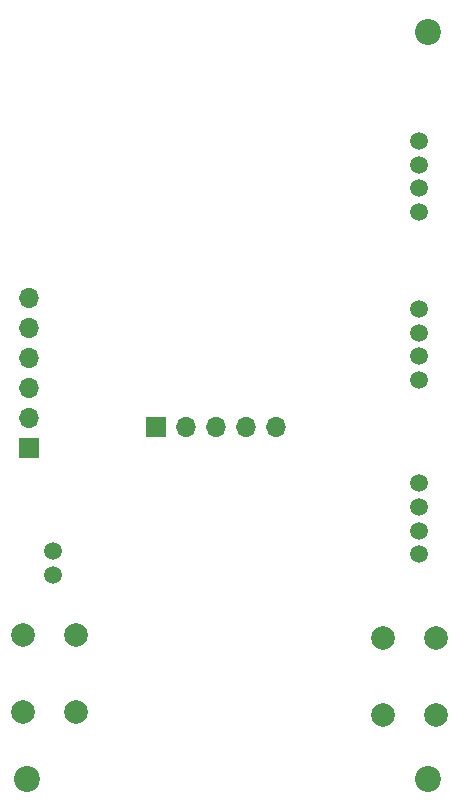
<source format=gbr>
G04 #@! TF.GenerationSoftware,KiCad,Pcbnew,(6.0.1)*
G04 #@! TF.CreationDate,2022-03-01T20:17:54-08:00*
G04 #@! TF.ProjectId,ESP32-Lora,45535033-322d-44c6-9f72-612e6b696361,rev?*
G04 #@! TF.SameCoordinates,Original*
G04 #@! TF.FileFunction,Soldermask,Bot*
G04 #@! TF.FilePolarity,Negative*
%FSLAX46Y46*%
G04 Gerber Fmt 4.6, Leading zero omitted, Abs format (unit mm)*
G04 Created by KiCad (PCBNEW (6.0.1)) date 2022-03-01 20:17:54*
%MOMM*%
%LPD*%
G01*
G04 APERTURE LIST*
%ADD10C,1.500000*%
%ADD11C,2.200000*%
%ADD12C,2.000000*%
%ADD13R,1.700000X1.700000*%
%ADD14O,1.700000X1.700000*%
G04 APERTURE END LIST*
D10*
X139250000Y-105000000D03*
X139250000Y-103000000D03*
X139250000Y-101000000D03*
X139250000Y-99000000D03*
D11*
X140000000Y-153000000D03*
D12*
X105664000Y-147320000D03*
X110164000Y-147320000D03*
X110164000Y-140820000D03*
X105664000Y-140820000D03*
D10*
X139250000Y-119250000D03*
X139250000Y-117250000D03*
X139250000Y-115250000D03*
X139250000Y-113250000D03*
D12*
X136144000Y-147574000D03*
X140644000Y-147574000D03*
X140644000Y-141074000D03*
X136144000Y-141074000D03*
D10*
X108250000Y-133750000D03*
X108250000Y-135750000D03*
D13*
X116920000Y-123190000D03*
D14*
X119460000Y-123190000D03*
X122000000Y-123190000D03*
X124540000Y-123190000D03*
X127080000Y-123190000D03*
D10*
X139250000Y-134000000D03*
X139250000Y-132000000D03*
X139250000Y-130000000D03*
X139250000Y-128000000D03*
D11*
X140000000Y-89750000D03*
X106000000Y-153000000D03*
D13*
X106172000Y-124968000D03*
D14*
X106172000Y-122428000D03*
X106172000Y-119888000D03*
X106172000Y-117348000D03*
X106172000Y-114808000D03*
X106172000Y-112268000D03*
M02*

</source>
